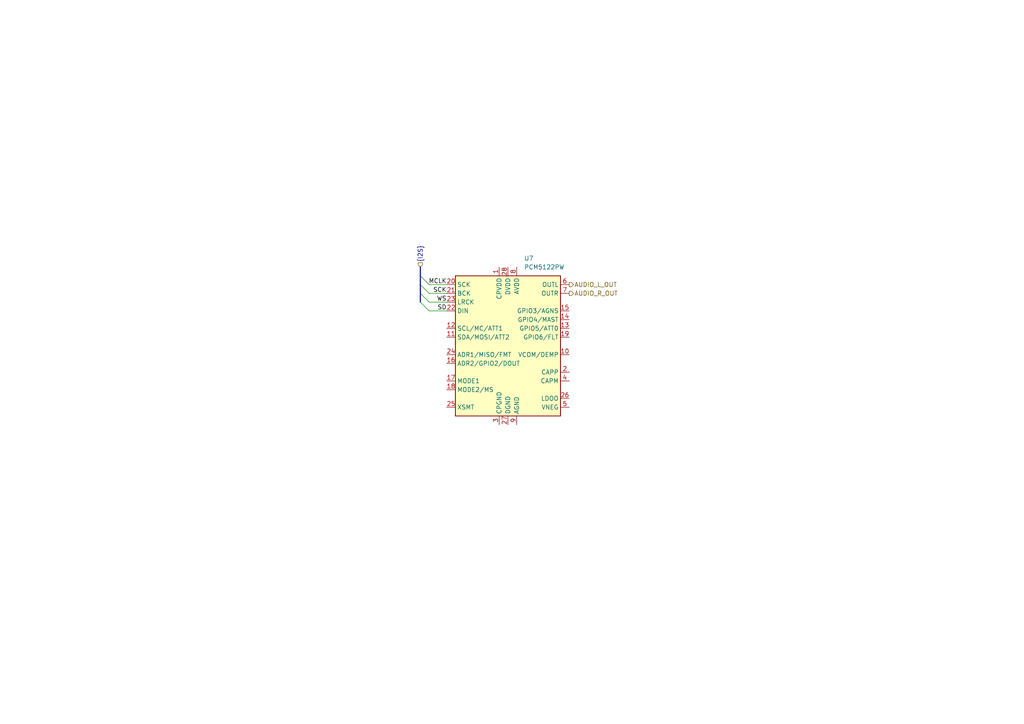
<source format=kicad_sch>
(kicad_sch (version 20250114) (generator "eeschema") (generator_version "9.0")
  (paper "A4")
  (lib_symbols
    (symbol "Audio:PCM5122PW"
      (property "Reference" "U" (at -13.97 21.59 0))
      (property "Value" "PCM5122PW" (at 10.16 21.59 0))
      (symbol "PCM5122PW_0_1"
        (rectangle (start -15.24 20.32) (end 15.24 -20.32) (stroke (width 0.254)) (fill (type background)))
      )
      (symbol "PCM5122PW_1_1"
        (pin input line (at -17.78 17.78 0) (length 2.54) (name "SCK") (number "20"))
        (pin bidirectional line (at -17.78 15.24 0) (length 2.54) (name "BCK") (number "21"))
        (pin bidirectional line (at -17.78 12.7 0) (length 2.54) (name "LRCK") (number "23"))
        (pin input line (at -17.78 10.16 0) (length 2.54) (name "DIN") (number "22"))
        (pin input line (at -17.78 5.08 0) (length 2.54) (name "SCL/MC/ATT1") (number "12"))
        (pin bidirectional line (at -17.78 2.54 0) (length 2.54) (name "SDA/MOSI/ATT2") (number "11"))
        (pin bidirectional line (at -17.78 -2.54 0) (length 2.54) (name "ADR1/MISO/FMT") (number "24"))
        (pin bidirectional line (at -17.78 -5.08 0) (length 2.54) (name "ADR2/GPIO2/DOUT") (number "16"))
        (pin input line (at -17.78 -10.16 0) (length 2.54) (name "MODE1") (number "17"))
        (pin input line (at -17.78 -12.7 0) (length 2.54) (name "MODE2/MS") (number "18"))
        (pin input line (at -17.78 -17.78 0) (length 2.54) (name "XSMT") (number "25"))
        (pin power_in line (at -2.54 22.86 270) (length 2.54) (name "CPVDD") (number "1"))
        (pin power_in line (at -2.54 -22.86 90) (length 2.54) (name "CPGND") (number "3"))
        (pin power_in line (at 0 22.86 270) (length 2.54) (name "DVDD") (number "28"))
        (pin power_in line (at 0 -22.86 90) (length 2.54) (name "DGND") (number "27"))
        (pin power_in line (at 2.54 22.86 270) (length 2.54) (name "AVDD") (number "8"))
        (pin power_in line (at 2.54 -22.86 90) (length 2.54) (name "AGND") (number "9"))
        (pin output line (at 17.78 17.78 180) (length 2.54) (name "OUTL") (number "6"))
        (pin output line (at 17.78 15.24 180) (length 2.54) (name "OUTR") (number "7"))
        (pin bidirectional line (at 17.78 10.16 180) (length 2.54) (name "GPIO3/AGNS") (number "15"))
        (pin bidirectional line (at 17.78 7.62 180) (length 2.54) (name "GPIO4/MAST") (number "14"))
        (pin bidirectional line (at 17.78 5.08 180) (length 2.54) (name "GPIO5/ATT0") (number "13"))
        (pin bidirectional line (at 17.78 2.54 180) (length 2.54) (name "GPIO6/FLT") (number "19"))
        (pin bidirectional line (at 17.78 -2.54 180) (length 2.54) (name "VCOM/DEMP") (number "10"))
        (pin passive line (at 17.78 -7.62 180) (length 2.54) (name "CAPP") (number "2"))
        (pin passive line (at 17.78 -10.16 180) (length 2.54) (name "CAPM") (number "4"))
        (pin passive line (at 17.78 -15.24 180) (length 2.54) (name "LDOO") (number "26"))
        (pin passive line (at 17.78 -17.78 180) (length 2.54) (name "VNEG") (number "5"))
      )
    )
  )
  (bus_entry (at 121.92 80.01) (size 2.54 2.54))
  (bus_entry (at 121.92 87.63) (size 2.54 2.54))
  (bus_entry (at 121.92 82.55) (size 2.54 2.54))
  (bus_entry (at 121.92 85.09) (size 2.54 2.54))
  (bus (pts (xy 121.92 82.55) (xy 121.92 85.09)))
  (bus (pts (xy 121.92 80.01) (xy 121.92 77.47)))
  (bus (pts (xy 121.92 82.55) (xy 121.92 80.01)))
  (wire (pts (xy 129.54 85.09) (xy 124.46 85.09)))
  (wire (pts (xy 129.54 87.63) (xy 124.46 87.63)))
  (wire (pts (xy 129.54 82.55) (xy 124.46 82.55)))
  (wire (pts (xy 129.54 90.17) (xy 124.46 90.17)))
  (bus (pts (xy 121.92 85.09) (xy 121.92 87.63)))
  (label "SD" (at 129.54 90.17 180))
  (label "MCLK" (at 129.54 82.55 180))
  (label "WS" (at 129.54 87.63 180))
  (label "SCK" (at 129.54 85.09 180))
  (hierarchical_label "{I2S}" (shape input) (at 121.92 77.47 90))
  (hierarchical_label "AUDIO_L_OUT" (shape output) (at 165.1 82.55 0))
  (hierarchical_label "AUDIO_R_OUT" (shape output) (at 165.1 85.09 0))
  (symbol (lib_id "Audio:PCM5122PW") (at 147.32 100.33 0) (unit 1)
    (property "Reference" "U7" (at 152.0033 74.93 0) (effects (justify left)))
    (property "Value" "PCM5122PW" (at 152.0033 77.47 0) (effects (justify left)))
    (property "Footprint" "Package_SO:TSSOP-28_4.4x9.7mm_P0.65mm" (effects (hide yes)))
    (property "Datasheet" "http://www.ti.com/lit/ds/symlink/pcm5122.pdf" (effects (hide yes)))
    (property "Description" "2VRMS DirectPath, 112dB Audio Stereo DAC with 32-bit, 384kHz PCM Interface, TSSOP-28" (effects (hide yes)))
  )
)
</source>
